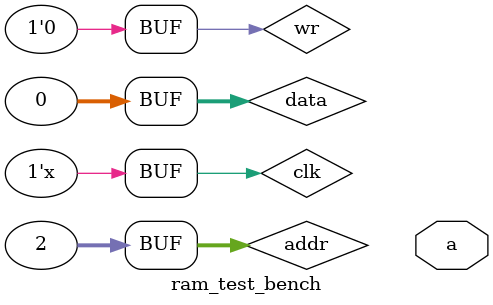
<source format=v>
module ram_test_bench(output a);
	
	reg [31:0] data;
	reg [31:0] addr;
	reg wr;
	reg clk;	
	reg enable;
	wire [31:0] out;

	ram ram(
	.data(data),
	.addr(addr),	
	.wr(wr),
	.clk(clk),
	.out(out));	
	
	initial
	begin
		clk = 1'b1;
	
		data = 8'h01;
		addr = 32'b01;
		wr = 1'b1;
		#200;
		
		data = 8'h02;
		addr = 32'd02;
		#200;
		
		
		data = 8'h00;
		addr = 32'b00;	
		#200;			
		
		
		addr = 32'd00;
		wr = 1'b0;
		#200;
		
		addr = 32'd01;
		#200;
		
		addr = 32'd02;
		#200;
		
	end
	
	always #50 clk = ~clk;
	
endmodule 
</source>
